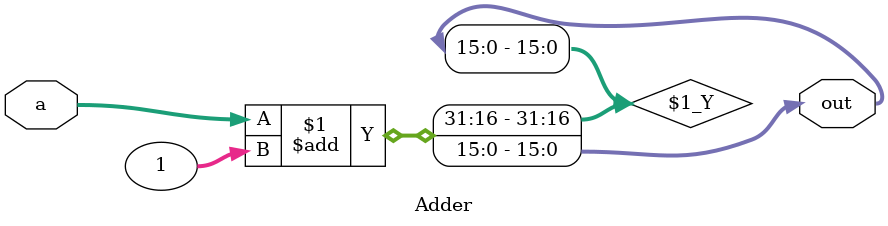
<source format=v>
module Adder(input [15:0] a, output [15:0] out);
	assign out = a + 1;
endmodule

</source>
